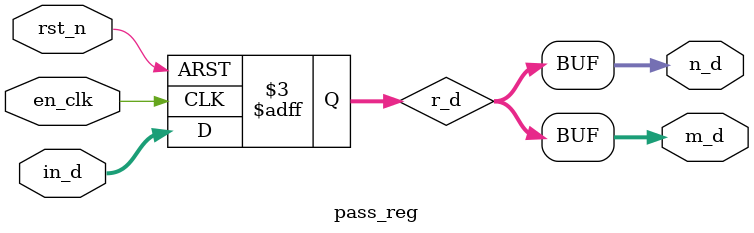
<source format=v>
`timescale 1ns / 1ps

module pass_reg #(
    parameter D_BW = 8
)
(
    input en_clk,
    input rst_n,
    input [D_BW-1:0] in_d,
    output [D_BW-1:0] m_d, n_d
);

reg [D_BW-1:0] r_d;

always @ (posedge en_clk or negedge rst_n) begin
    if (!rst_n) begin
        r_d <= 0;
    end else begin
        r_d <= in_d;
    end
end

assign m_d = r_d;       // MAC input data
assign n_d = r_d;       // Next stage data

endmodule

</source>
